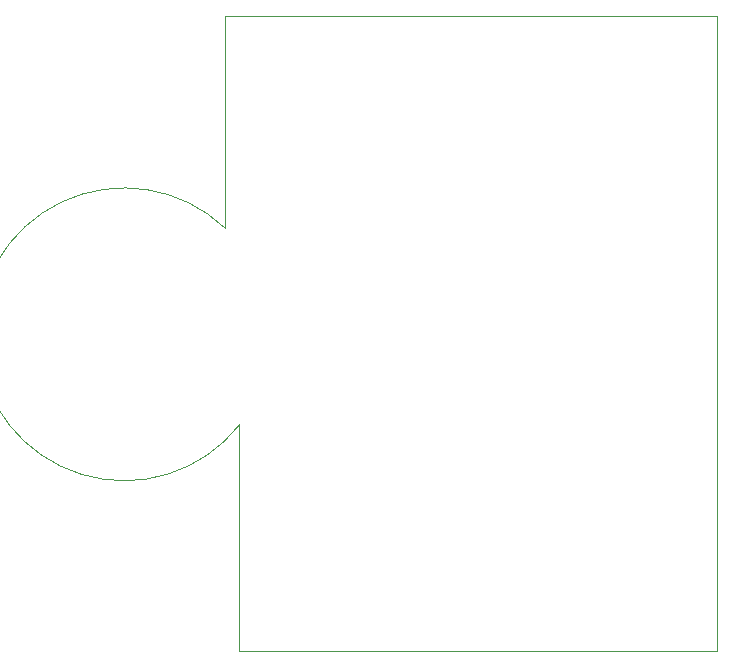
<source format=gbr>
G04 #@! TF.GenerationSoftware,KiCad,Pcbnew,(5.1.5)-3*
G04 #@! TF.CreationDate,2020-01-26T13:00:12+01:00*
G04 #@! TF.ProjectId,12bitbadge,31326269-7462-4616-9467-652e6b696361,rev?*
G04 #@! TF.SameCoordinates,Original*
G04 #@! TF.FileFunction,Profile,NP*
%FSLAX46Y46*%
G04 Gerber Fmt 4.6, Leading zero omitted, Abs format (unit mm)*
G04 Created by KiCad (PCBNEW (5.1.5)-3) date 2020-01-26 13:00:12*
%MOMM*%
%LPD*%
G04 APERTURE LIST*
%ADD10C,0.050000*%
G04 APERTURE END LIST*
D10*
X151480741Y-90297000D02*
X191897000Y-90297000D01*
X151480741Y-71159727D02*
X151480741Y-90297000D01*
X150241000Y-36576000D02*
X191897000Y-36576000D01*
X150241000Y-54483000D02*
X150241000Y-36576000D01*
X151480741Y-71159727D02*
G75*
G02X150241000Y-54483000I-9748741J7659727D01*
G01*
X191897000Y-90297000D02*
X191897000Y-36576000D01*
M02*

</source>
